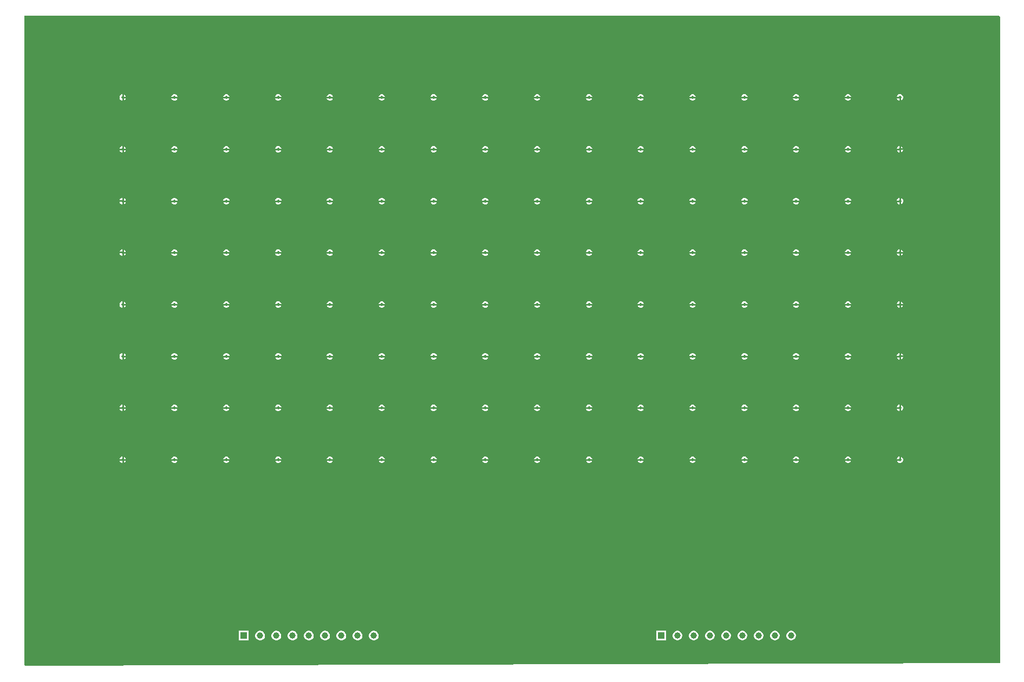
<source format=gbl>
G04*
G04 #@! TF.GenerationSoftware,Altium Limited,Altium Designer,25.3.3 (18)*
G04*
G04 Layer_Physical_Order=2*
G04 Layer_Color=16711680*
%FSLAX44Y44*%
%MOMM*%
G71*
G04*
G04 #@! TF.SameCoordinates,CB88EDEE-3B84-468B-BC6F-DFD1C9856FDA*
G04*
G04*
G04 #@! TF.FilePolarity,Positive*
G04*
G01*
G75*
%ADD12C,0.2540*%
%ADD21C,0.9850*%
%ADD22R,0.9850X0.9850*%
%ADD23C,0.5000*%
G36*
X1778000Y1268730D02*
Y256540D01*
X254528Y252735D01*
X252730Y254528D01*
Y1270000D01*
X1776730D01*
X1778000Y1268730D01*
D02*
G37*
%LPC*%
G36*
X1622402Y1147350D02*
X1620397D01*
X1618545Y1146583D01*
X1617127Y1145165D01*
X1616360Y1143313D01*
Y1141308D01*
X1617127Y1139455D01*
X1618545Y1138037D01*
X1620397Y1137270D01*
X1622402D01*
X1624255Y1138037D01*
X1625673Y1139455D01*
X1626440Y1141308D01*
Y1143313D01*
X1625673Y1145165D01*
X1624255Y1146583D01*
X1622402Y1147350D01*
D02*
G37*
G36*
X1541402D02*
X1539397D01*
X1537545Y1146583D01*
X1536127Y1145165D01*
X1535360Y1143313D01*
Y1141308D01*
X1536127Y1139455D01*
X1537545Y1138037D01*
X1539397Y1137270D01*
X1541402D01*
X1543255Y1138037D01*
X1544673Y1139455D01*
X1545440Y1141308D01*
Y1143313D01*
X1544673Y1145165D01*
X1543255Y1146583D01*
X1541402Y1147350D01*
D02*
G37*
G36*
X1460403D02*
X1458398D01*
X1456545Y1146583D01*
X1455127Y1145165D01*
X1454360Y1143313D01*
Y1141308D01*
X1455127Y1139455D01*
X1456545Y1138037D01*
X1458398Y1137270D01*
X1460403D01*
X1462255Y1138037D01*
X1463673Y1139455D01*
X1464440Y1141308D01*
Y1143313D01*
X1463673Y1145165D01*
X1462255Y1146583D01*
X1460403Y1147350D01*
D02*
G37*
G36*
X1379402D02*
X1377397D01*
X1375545Y1146583D01*
X1374127Y1145165D01*
X1373360Y1143313D01*
Y1141308D01*
X1374127Y1139455D01*
X1375545Y1138037D01*
X1377397Y1137270D01*
X1379402D01*
X1381255Y1138037D01*
X1382673Y1139455D01*
X1383440Y1141308D01*
Y1143313D01*
X1382673Y1145165D01*
X1381255Y1146583D01*
X1379402Y1147350D01*
D02*
G37*
G36*
X1298403D02*
X1296398D01*
X1294545Y1146583D01*
X1293127Y1145165D01*
X1292360Y1143313D01*
Y1141308D01*
X1293127Y1139455D01*
X1294545Y1138037D01*
X1296398Y1137270D01*
X1298403D01*
X1300255Y1138037D01*
X1301673Y1139455D01*
X1302440Y1141308D01*
Y1143313D01*
X1301673Y1145165D01*
X1300255Y1146583D01*
X1298403Y1147350D01*
D02*
G37*
G36*
X1217402D02*
X1215397D01*
X1213545Y1146583D01*
X1212127Y1145165D01*
X1211360Y1143313D01*
Y1141308D01*
X1212127Y1139455D01*
X1213545Y1138037D01*
X1215397Y1137270D01*
X1217402D01*
X1219255Y1138037D01*
X1220673Y1139455D01*
X1221440Y1141308D01*
Y1143313D01*
X1220673Y1145165D01*
X1219255Y1146583D01*
X1217402Y1147350D01*
D02*
G37*
G36*
X1136403D02*
X1134398D01*
X1132545Y1146583D01*
X1131127Y1145165D01*
X1130360Y1143313D01*
Y1141308D01*
X1131127Y1139455D01*
X1132545Y1138037D01*
X1134398Y1137270D01*
X1136403D01*
X1138255Y1138037D01*
X1139673Y1139455D01*
X1140440Y1141308D01*
Y1143313D01*
X1139673Y1145165D01*
X1138255Y1146583D01*
X1136403Y1147350D01*
D02*
G37*
G36*
X1055403D02*
X1053398D01*
X1051545Y1146583D01*
X1050127Y1145165D01*
X1049360Y1143313D01*
Y1141308D01*
X1050127Y1139455D01*
X1051545Y1138037D01*
X1053398Y1137270D01*
X1055403D01*
X1057255Y1138037D01*
X1058673Y1139455D01*
X1059440Y1141308D01*
Y1143313D01*
X1058673Y1145165D01*
X1057255Y1146583D01*
X1055403Y1147350D01*
D02*
G37*
G36*
X974402D02*
X972398D01*
X970545Y1146583D01*
X969127Y1145165D01*
X968360Y1143313D01*
Y1141308D01*
X969127Y1139455D01*
X970545Y1138037D01*
X972398Y1137270D01*
X974402D01*
X976255Y1138037D01*
X977673Y1139455D01*
X978440Y1141308D01*
Y1143313D01*
X977673Y1145165D01*
X976255Y1146583D01*
X974402Y1147350D01*
D02*
G37*
G36*
X893402D02*
X891397D01*
X889545Y1146583D01*
X888127Y1145165D01*
X887360Y1143313D01*
Y1141308D01*
X888127Y1139455D01*
X889545Y1138037D01*
X891397Y1137270D01*
X893402D01*
X895255Y1138037D01*
X896673Y1139455D01*
X897440Y1141308D01*
Y1143313D01*
X896673Y1145165D01*
X895255Y1146583D01*
X893402Y1147350D01*
D02*
G37*
G36*
X812402D02*
X810397D01*
X808545Y1146583D01*
X807127Y1145165D01*
X806360Y1143313D01*
Y1141308D01*
X807127Y1139455D01*
X808545Y1138037D01*
X810397Y1137270D01*
X812402D01*
X814255Y1138037D01*
X815673Y1139455D01*
X816440Y1141308D01*
Y1143313D01*
X815673Y1145165D01*
X814255Y1146583D01*
X812402Y1147350D01*
D02*
G37*
G36*
X731403D02*
X729398D01*
X727545Y1146583D01*
X726127Y1145165D01*
X725360Y1143313D01*
Y1141308D01*
X726127Y1139455D01*
X727545Y1138037D01*
X729398Y1137270D01*
X731403D01*
X733255Y1138037D01*
X734673Y1139455D01*
X735440Y1141308D01*
Y1143313D01*
X734673Y1145165D01*
X733255Y1146583D01*
X731403Y1147350D01*
D02*
G37*
G36*
X650403D02*
X648398D01*
X646545Y1146583D01*
X645127Y1145165D01*
X644360Y1143313D01*
Y1141308D01*
X645127Y1139455D01*
X646545Y1138037D01*
X648398Y1137270D01*
X650403D01*
X652255Y1138037D01*
X653673Y1139455D01*
X654440Y1141308D01*
Y1143313D01*
X653673Y1145165D01*
X652255Y1146583D01*
X650403Y1147350D01*
D02*
G37*
G36*
X569403D02*
X567397D01*
X565545Y1146583D01*
X564127Y1145165D01*
X563360Y1143313D01*
Y1141308D01*
X564127Y1139455D01*
X565545Y1138037D01*
X567397Y1137270D01*
X569403D01*
X571255Y1138037D01*
X572673Y1139455D01*
X573440Y1141308D01*
Y1143313D01*
X572673Y1145165D01*
X571255Y1146583D01*
X569403Y1147350D01*
D02*
G37*
G36*
X488402D02*
X486398D01*
X484545Y1146583D01*
X483127Y1145165D01*
X482360Y1143313D01*
Y1141308D01*
X483127Y1139455D01*
X484545Y1138037D01*
X486398Y1137270D01*
X488402D01*
X490255Y1138037D01*
X491673Y1139455D01*
X492440Y1141308D01*
Y1143313D01*
X491673Y1145165D01*
X490255Y1146583D01*
X488402Y1147350D01*
D02*
G37*
G36*
X407402D02*
X405397D01*
X403545Y1146583D01*
X402127Y1145165D01*
X401360Y1143313D01*
Y1141308D01*
X402127Y1139455D01*
X403545Y1138037D01*
X405397Y1137270D01*
X407402D01*
X409255Y1138037D01*
X410673Y1139455D01*
X411440Y1141308D01*
Y1143313D01*
X410673Y1145165D01*
X409255Y1146583D01*
X407402Y1147350D01*
D02*
G37*
G36*
X1622402Y1066350D02*
X1620397D01*
X1618545Y1065583D01*
X1617127Y1064165D01*
X1616360Y1062312D01*
Y1060307D01*
X1617127Y1058455D01*
X1618545Y1057037D01*
X1620397Y1056270D01*
X1622402D01*
X1624255Y1057037D01*
X1625673Y1058455D01*
X1626440Y1060307D01*
Y1062312D01*
X1625673Y1064165D01*
X1624255Y1065583D01*
X1622402Y1066350D01*
D02*
G37*
G36*
X1541402D02*
X1539397D01*
X1537545Y1065583D01*
X1536127Y1064165D01*
X1535360Y1062312D01*
Y1060307D01*
X1536127Y1058455D01*
X1537545Y1057037D01*
X1539397Y1056270D01*
X1541402D01*
X1543255Y1057037D01*
X1544673Y1058455D01*
X1545440Y1060307D01*
Y1062312D01*
X1544673Y1064165D01*
X1543255Y1065583D01*
X1541402Y1066350D01*
D02*
G37*
G36*
X1460403D02*
X1458398D01*
X1456545Y1065583D01*
X1455127Y1064165D01*
X1454360Y1062312D01*
Y1060307D01*
X1455127Y1058455D01*
X1456545Y1057037D01*
X1458398Y1056270D01*
X1460403D01*
X1462255Y1057037D01*
X1463673Y1058455D01*
X1464440Y1060307D01*
Y1062312D01*
X1463673Y1064165D01*
X1462255Y1065583D01*
X1460403Y1066350D01*
D02*
G37*
G36*
X1379402D02*
X1377397D01*
X1375545Y1065583D01*
X1374127Y1064165D01*
X1373360Y1062312D01*
Y1060307D01*
X1374127Y1058455D01*
X1375545Y1057037D01*
X1377397Y1056270D01*
X1379402D01*
X1381255Y1057037D01*
X1382673Y1058455D01*
X1383440Y1060307D01*
Y1062312D01*
X1382673Y1064165D01*
X1381255Y1065583D01*
X1379402Y1066350D01*
D02*
G37*
G36*
X1298403D02*
X1296398D01*
X1294545Y1065583D01*
X1293127Y1064165D01*
X1292360Y1062312D01*
Y1060307D01*
X1293127Y1058455D01*
X1294545Y1057037D01*
X1296398Y1056270D01*
X1298403D01*
X1300255Y1057037D01*
X1301673Y1058455D01*
X1302440Y1060307D01*
Y1062312D01*
X1301673Y1064165D01*
X1300255Y1065583D01*
X1298403Y1066350D01*
D02*
G37*
G36*
X1217402D02*
X1215397D01*
X1213545Y1065583D01*
X1212127Y1064165D01*
X1211360Y1062312D01*
Y1060307D01*
X1212127Y1058455D01*
X1213545Y1057037D01*
X1215397Y1056270D01*
X1217402D01*
X1219255Y1057037D01*
X1220673Y1058455D01*
X1221440Y1060307D01*
Y1062312D01*
X1220673Y1064165D01*
X1219255Y1065583D01*
X1217402Y1066350D01*
D02*
G37*
G36*
X1136403D02*
X1134398D01*
X1132545Y1065583D01*
X1131127Y1064165D01*
X1130360Y1062312D01*
Y1060307D01*
X1131127Y1058455D01*
X1132545Y1057037D01*
X1134398Y1056270D01*
X1136403D01*
X1138255Y1057037D01*
X1139673Y1058455D01*
X1140440Y1060307D01*
Y1062312D01*
X1139673Y1064165D01*
X1138255Y1065583D01*
X1136403Y1066350D01*
D02*
G37*
G36*
X1055403D02*
X1053398D01*
X1051545Y1065583D01*
X1050127Y1064165D01*
X1049360Y1062312D01*
Y1060307D01*
X1050127Y1058455D01*
X1051545Y1057037D01*
X1053398Y1056270D01*
X1055403D01*
X1057255Y1057037D01*
X1058673Y1058455D01*
X1059440Y1060307D01*
Y1062312D01*
X1058673Y1064165D01*
X1057255Y1065583D01*
X1055403Y1066350D01*
D02*
G37*
G36*
X974402D02*
X972398D01*
X970545Y1065583D01*
X969127Y1064165D01*
X968360Y1062312D01*
Y1060307D01*
X969127Y1058455D01*
X970545Y1057037D01*
X972398Y1056270D01*
X974402D01*
X976255Y1057037D01*
X977673Y1058455D01*
X978440Y1060307D01*
Y1062312D01*
X977673Y1064165D01*
X976255Y1065583D01*
X974402Y1066350D01*
D02*
G37*
G36*
X893402D02*
X891397D01*
X889545Y1065583D01*
X888127Y1064165D01*
X887360Y1062312D01*
Y1060307D01*
X888127Y1058455D01*
X889545Y1057037D01*
X891397Y1056270D01*
X893402D01*
X895255Y1057037D01*
X896673Y1058455D01*
X897440Y1060307D01*
Y1062312D01*
X896673Y1064165D01*
X895255Y1065583D01*
X893402Y1066350D01*
D02*
G37*
G36*
X812402D02*
X810397D01*
X808545Y1065583D01*
X807127Y1064165D01*
X806360Y1062312D01*
Y1060307D01*
X807127Y1058455D01*
X808545Y1057037D01*
X810397Y1056270D01*
X812402D01*
X814255Y1057037D01*
X815673Y1058455D01*
X816440Y1060307D01*
Y1062312D01*
X815673Y1064165D01*
X814255Y1065583D01*
X812402Y1066350D01*
D02*
G37*
G36*
X731403D02*
X729398D01*
X727545Y1065583D01*
X726127Y1064165D01*
X725360Y1062312D01*
Y1060307D01*
X726127Y1058455D01*
X727545Y1057037D01*
X729398Y1056270D01*
X731403D01*
X733255Y1057037D01*
X734673Y1058455D01*
X735440Y1060307D01*
Y1062312D01*
X734673Y1064165D01*
X733255Y1065583D01*
X731403Y1066350D01*
D02*
G37*
G36*
X650403D02*
X648398D01*
X646545Y1065583D01*
X645127Y1064165D01*
X644360Y1062312D01*
Y1060307D01*
X645127Y1058455D01*
X646545Y1057037D01*
X648398Y1056270D01*
X650403D01*
X652255Y1057037D01*
X653673Y1058455D01*
X654440Y1060307D01*
Y1062312D01*
X653673Y1064165D01*
X652255Y1065583D01*
X650403Y1066350D01*
D02*
G37*
G36*
X569403D02*
X567397D01*
X565545Y1065583D01*
X564127Y1064165D01*
X563360Y1062312D01*
Y1060307D01*
X564127Y1058455D01*
X565545Y1057037D01*
X567397Y1056270D01*
X569403D01*
X571255Y1057037D01*
X572673Y1058455D01*
X573440Y1060307D01*
Y1062312D01*
X572673Y1064165D01*
X571255Y1065583D01*
X569403Y1066350D01*
D02*
G37*
G36*
X488402D02*
X486398D01*
X484545Y1065583D01*
X483127Y1064165D01*
X482360Y1062312D01*
Y1060307D01*
X483127Y1058455D01*
X484545Y1057037D01*
X486398Y1056270D01*
X488402D01*
X490255Y1057037D01*
X491673Y1058455D01*
X492440Y1060307D01*
Y1062312D01*
X491673Y1064165D01*
X490255Y1065583D01*
X488402Y1066350D01*
D02*
G37*
G36*
X407402D02*
X405397D01*
X403545Y1065583D01*
X402127Y1064165D01*
X401360Y1062312D01*
Y1060307D01*
X402127Y1058455D01*
X403545Y1057037D01*
X405397Y1056270D01*
X407402D01*
X409255Y1057037D01*
X410673Y1058455D01*
X411440Y1060307D01*
Y1062312D01*
X410673Y1064165D01*
X409255Y1065583D01*
X407402Y1066350D01*
D02*
G37*
G36*
X1622402Y985350D02*
X1620397D01*
X1618545Y984583D01*
X1617127Y983165D01*
X1616360Y981312D01*
Y979307D01*
X1617127Y977455D01*
X1618545Y976037D01*
X1620397Y975270D01*
X1622402D01*
X1624255Y976037D01*
X1625673Y977455D01*
X1626440Y979307D01*
Y981312D01*
X1625673Y983165D01*
X1624255Y984583D01*
X1622402Y985350D01*
D02*
G37*
G36*
X1541402D02*
X1539397D01*
X1537545Y984583D01*
X1536127Y983165D01*
X1535360Y981312D01*
Y979307D01*
X1536127Y977455D01*
X1537545Y976037D01*
X1539397Y975270D01*
X1541402D01*
X1543255Y976037D01*
X1544673Y977455D01*
X1545440Y979307D01*
Y981312D01*
X1544673Y983165D01*
X1543255Y984583D01*
X1541402Y985350D01*
D02*
G37*
G36*
X1460403D02*
X1458398D01*
X1456545Y984583D01*
X1455127Y983165D01*
X1454360Y981312D01*
Y979307D01*
X1455127Y977455D01*
X1456545Y976037D01*
X1458398Y975270D01*
X1460403D01*
X1462255Y976037D01*
X1463673Y977455D01*
X1464440Y979307D01*
Y981312D01*
X1463673Y983165D01*
X1462255Y984583D01*
X1460403Y985350D01*
D02*
G37*
G36*
X1379402D02*
X1377397D01*
X1375545Y984583D01*
X1374127Y983165D01*
X1373360Y981312D01*
Y979307D01*
X1374127Y977455D01*
X1375545Y976037D01*
X1377397Y975270D01*
X1379402D01*
X1381255Y976037D01*
X1382673Y977455D01*
X1383440Y979307D01*
Y981312D01*
X1382673Y983165D01*
X1381255Y984583D01*
X1379402Y985350D01*
D02*
G37*
G36*
X1298403D02*
X1296398D01*
X1294545Y984583D01*
X1293127Y983165D01*
X1292360Y981312D01*
Y979307D01*
X1293127Y977455D01*
X1294545Y976037D01*
X1296398Y975270D01*
X1298403D01*
X1300255Y976037D01*
X1301673Y977455D01*
X1302440Y979307D01*
Y981312D01*
X1301673Y983165D01*
X1300255Y984583D01*
X1298403Y985350D01*
D02*
G37*
G36*
X1217402D02*
X1215397D01*
X1213545Y984583D01*
X1212127Y983165D01*
X1211360Y981312D01*
Y979307D01*
X1212127Y977455D01*
X1213545Y976037D01*
X1215397Y975270D01*
X1217402D01*
X1219255Y976037D01*
X1220673Y977455D01*
X1221440Y979307D01*
Y981312D01*
X1220673Y983165D01*
X1219255Y984583D01*
X1217402Y985350D01*
D02*
G37*
G36*
X1136403D02*
X1134398D01*
X1132545Y984583D01*
X1131127Y983165D01*
X1130360Y981312D01*
Y979307D01*
X1131127Y977455D01*
X1132545Y976037D01*
X1134398Y975270D01*
X1136403D01*
X1138255Y976037D01*
X1139673Y977455D01*
X1140440Y979307D01*
Y981312D01*
X1139673Y983165D01*
X1138255Y984583D01*
X1136403Y985350D01*
D02*
G37*
G36*
X1055403D02*
X1053398D01*
X1051545Y984583D01*
X1050127Y983165D01*
X1049360Y981312D01*
Y979307D01*
X1050127Y977455D01*
X1051545Y976037D01*
X1053398Y975270D01*
X1055403D01*
X1057255Y976037D01*
X1058673Y977455D01*
X1059440Y979307D01*
Y981312D01*
X1058673Y983165D01*
X1057255Y984583D01*
X1055403Y985350D01*
D02*
G37*
G36*
X974402D02*
X972398D01*
X970545Y984583D01*
X969127Y983165D01*
X968360Y981312D01*
Y979307D01*
X969127Y977455D01*
X970545Y976037D01*
X972398Y975270D01*
X974402D01*
X976255Y976037D01*
X977673Y977455D01*
X978440Y979307D01*
Y981312D01*
X977673Y983165D01*
X976255Y984583D01*
X974402Y985350D01*
D02*
G37*
G36*
X893402D02*
X891397D01*
X889545Y984583D01*
X888127Y983165D01*
X887360Y981312D01*
Y979307D01*
X888127Y977455D01*
X889545Y976037D01*
X891397Y975270D01*
X893402D01*
X895255Y976037D01*
X896673Y977455D01*
X897440Y979307D01*
Y981312D01*
X896673Y983165D01*
X895255Y984583D01*
X893402Y985350D01*
D02*
G37*
G36*
X812402D02*
X810397D01*
X808545Y984583D01*
X807127Y983165D01*
X806360Y981312D01*
Y979307D01*
X807127Y977455D01*
X808545Y976037D01*
X810397Y975270D01*
X812402D01*
X814255Y976037D01*
X815673Y977455D01*
X816440Y979307D01*
Y981312D01*
X815673Y983165D01*
X814255Y984583D01*
X812402Y985350D01*
D02*
G37*
G36*
X731403D02*
X729398D01*
X727545Y984583D01*
X726127Y983165D01*
X725360Y981312D01*
Y979307D01*
X726127Y977455D01*
X727545Y976037D01*
X729398Y975270D01*
X731403D01*
X733255Y976037D01*
X734673Y977455D01*
X735440Y979307D01*
Y981312D01*
X734673Y983165D01*
X733255Y984583D01*
X731403Y985350D01*
D02*
G37*
G36*
X650403D02*
X648398D01*
X646545Y984583D01*
X645127Y983165D01*
X644360Y981312D01*
Y979307D01*
X645127Y977455D01*
X646545Y976037D01*
X648398Y975270D01*
X650403D01*
X652255Y976037D01*
X653673Y977455D01*
X654440Y979307D01*
Y981312D01*
X653673Y983165D01*
X652255Y984583D01*
X650403Y985350D01*
D02*
G37*
G36*
X569403D02*
X567397D01*
X565545Y984583D01*
X564127Y983165D01*
X563360Y981312D01*
Y979307D01*
X564127Y977455D01*
X565545Y976037D01*
X567397Y975270D01*
X569403D01*
X571255Y976037D01*
X572673Y977455D01*
X573440Y979307D01*
Y981312D01*
X572673Y983165D01*
X571255Y984583D01*
X569403Y985350D01*
D02*
G37*
G36*
X488402D02*
X486398D01*
X484545Y984583D01*
X483127Y983165D01*
X482360Y981312D01*
Y979307D01*
X483127Y977455D01*
X484545Y976037D01*
X486398Y975270D01*
X488402D01*
X490255Y976037D01*
X491673Y977455D01*
X492440Y979307D01*
Y981312D01*
X491673Y983165D01*
X490255Y984583D01*
X488402Y985350D01*
D02*
G37*
G36*
X407402D02*
X405397D01*
X403545Y984583D01*
X402127Y983165D01*
X401360Y981312D01*
Y979307D01*
X402127Y977455D01*
X403545Y976037D01*
X405397Y975270D01*
X407402D01*
X409255Y976037D01*
X410673Y977455D01*
X411440Y979307D01*
Y981312D01*
X410673Y983165D01*
X409255Y984583D01*
X407402Y985350D01*
D02*
G37*
G36*
X1622402Y904350D02*
X1620397D01*
X1618545Y903583D01*
X1617127Y902165D01*
X1616360Y900312D01*
Y898307D01*
X1617127Y896455D01*
X1618545Y895037D01*
X1620397Y894270D01*
X1622402D01*
X1624255Y895037D01*
X1625673Y896455D01*
X1626440Y898307D01*
Y900312D01*
X1625673Y902165D01*
X1624255Y903583D01*
X1622402Y904350D01*
D02*
G37*
G36*
X1541402D02*
X1539397D01*
X1537545Y903583D01*
X1536127Y902165D01*
X1535360Y900312D01*
Y898307D01*
X1536127Y896455D01*
X1537545Y895037D01*
X1539397Y894270D01*
X1541402D01*
X1543255Y895037D01*
X1544673Y896455D01*
X1545440Y898307D01*
Y900312D01*
X1544673Y902165D01*
X1543255Y903583D01*
X1541402Y904350D01*
D02*
G37*
G36*
X1460403D02*
X1458398D01*
X1456545Y903583D01*
X1455127Y902165D01*
X1454360Y900312D01*
Y898307D01*
X1455127Y896455D01*
X1456545Y895037D01*
X1458398Y894270D01*
X1460403D01*
X1462255Y895037D01*
X1463673Y896455D01*
X1464440Y898307D01*
Y900312D01*
X1463673Y902165D01*
X1462255Y903583D01*
X1460403Y904350D01*
D02*
G37*
G36*
X1379402D02*
X1377397D01*
X1375545Y903583D01*
X1374127Y902165D01*
X1373360Y900312D01*
Y898307D01*
X1374127Y896455D01*
X1375545Y895037D01*
X1377397Y894270D01*
X1379402D01*
X1381255Y895037D01*
X1382673Y896455D01*
X1383440Y898307D01*
Y900312D01*
X1382673Y902165D01*
X1381255Y903583D01*
X1379402Y904350D01*
D02*
G37*
G36*
X1298403D02*
X1296398D01*
X1294545Y903583D01*
X1293127Y902165D01*
X1292360Y900312D01*
Y898307D01*
X1293127Y896455D01*
X1294545Y895037D01*
X1296398Y894270D01*
X1298403D01*
X1300255Y895037D01*
X1301673Y896455D01*
X1302440Y898307D01*
Y900312D01*
X1301673Y902165D01*
X1300255Y903583D01*
X1298403Y904350D01*
D02*
G37*
G36*
X1217402D02*
X1215397D01*
X1213545Y903583D01*
X1212127Y902165D01*
X1211360Y900312D01*
Y898307D01*
X1212127Y896455D01*
X1213545Y895037D01*
X1215397Y894270D01*
X1217402D01*
X1219255Y895037D01*
X1220673Y896455D01*
X1221440Y898307D01*
Y900312D01*
X1220673Y902165D01*
X1219255Y903583D01*
X1217402Y904350D01*
D02*
G37*
G36*
X1136403D02*
X1134398D01*
X1132545Y903583D01*
X1131127Y902165D01*
X1130360Y900312D01*
Y898307D01*
X1131127Y896455D01*
X1132545Y895037D01*
X1134398Y894270D01*
X1136403D01*
X1138255Y895037D01*
X1139673Y896455D01*
X1140440Y898307D01*
Y900312D01*
X1139673Y902165D01*
X1138255Y903583D01*
X1136403Y904350D01*
D02*
G37*
G36*
X1055403D02*
X1053398D01*
X1051545Y903583D01*
X1050127Y902165D01*
X1049360Y900312D01*
Y898307D01*
X1050127Y896455D01*
X1051545Y895037D01*
X1053398Y894270D01*
X1055403D01*
X1057255Y895037D01*
X1058673Y896455D01*
X1059440Y898307D01*
Y900312D01*
X1058673Y902165D01*
X1057255Y903583D01*
X1055403Y904350D01*
D02*
G37*
G36*
X974402D02*
X972398D01*
X970545Y903583D01*
X969127Y902165D01*
X968360Y900312D01*
Y898307D01*
X969127Y896455D01*
X970545Y895037D01*
X972398Y894270D01*
X974402D01*
X976255Y895037D01*
X977673Y896455D01*
X978440Y898307D01*
Y900312D01*
X977673Y902165D01*
X976255Y903583D01*
X974402Y904350D01*
D02*
G37*
G36*
X893402D02*
X891397D01*
X889545Y903583D01*
X888127Y902165D01*
X887360Y900312D01*
Y898307D01*
X888127Y896455D01*
X889545Y895037D01*
X891397Y894270D01*
X893402D01*
X895255Y895037D01*
X896673Y896455D01*
X897440Y898307D01*
Y900312D01*
X896673Y902165D01*
X895255Y903583D01*
X893402Y904350D01*
D02*
G37*
G36*
X812402D02*
X810397D01*
X808545Y903583D01*
X807127Y902165D01*
X806360Y900312D01*
Y898307D01*
X807127Y896455D01*
X808545Y895037D01*
X810397Y894270D01*
X812402D01*
X814255Y895037D01*
X815673Y896455D01*
X816440Y898307D01*
Y900312D01*
X815673Y902165D01*
X814255Y903583D01*
X812402Y904350D01*
D02*
G37*
G36*
X731403D02*
X729398D01*
X727545Y903583D01*
X726127Y902165D01*
X725360Y900312D01*
Y898307D01*
X726127Y896455D01*
X727545Y895037D01*
X729398Y894270D01*
X731403D01*
X733255Y895037D01*
X734673Y896455D01*
X735440Y898307D01*
Y900312D01*
X734673Y902165D01*
X733255Y903583D01*
X731403Y904350D01*
D02*
G37*
G36*
X650403D02*
X648398D01*
X646545Y903583D01*
X645127Y902165D01*
X644360Y900312D01*
Y898307D01*
X645127Y896455D01*
X646545Y895037D01*
X648398Y894270D01*
X650403D01*
X652255Y895037D01*
X653673Y896455D01*
X654440Y898307D01*
Y900312D01*
X653673Y902165D01*
X652255Y903583D01*
X650403Y904350D01*
D02*
G37*
G36*
X569403D02*
X567397D01*
X565545Y903583D01*
X564127Y902165D01*
X563360Y900312D01*
Y898307D01*
X564127Y896455D01*
X565545Y895037D01*
X567397Y894270D01*
X569403D01*
X571255Y895037D01*
X572673Y896455D01*
X573440Y898307D01*
Y900312D01*
X572673Y902165D01*
X571255Y903583D01*
X569403Y904350D01*
D02*
G37*
G36*
X488402D02*
X486398D01*
X484545Y903583D01*
X483127Y902165D01*
X482360Y900312D01*
Y898307D01*
X483127Y896455D01*
X484545Y895037D01*
X486398Y894270D01*
X488402D01*
X490255Y895037D01*
X491673Y896455D01*
X492440Y898307D01*
Y900312D01*
X491673Y902165D01*
X490255Y903583D01*
X488402Y904350D01*
D02*
G37*
G36*
X407402D02*
X405397D01*
X403545Y903583D01*
X402127Y902165D01*
X401360Y900312D01*
Y898307D01*
X402127Y896455D01*
X403545Y895037D01*
X405397Y894270D01*
X407402D01*
X409255Y895037D01*
X410673Y896455D01*
X411440Y898307D01*
Y900312D01*
X410673Y902165D01*
X409255Y903583D01*
X407402Y904350D01*
D02*
G37*
G36*
X1622402Y823350D02*
X1620397D01*
X1618545Y822583D01*
X1617127Y821165D01*
X1616360Y819313D01*
Y817308D01*
X1617127Y815455D01*
X1618545Y814037D01*
X1620397Y813270D01*
X1622402D01*
X1624255Y814037D01*
X1625673Y815455D01*
X1626440Y817308D01*
Y819313D01*
X1625673Y821165D01*
X1624255Y822583D01*
X1622402Y823350D01*
D02*
G37*
G36*
X1541402D02*
X1539397D01*
X1537545Y822583D01*
X1536127Y821165D01*
X1535360Y819313D01*
Y817308D01*
X1536127Y815455D01*
X1537545Y814037D01*
X1539397Y813270D01*
X1541402D01*
X1543255Y814037D01*
X1544673Y815455D01*
X1545440Y817308D01*
Y819313D01*
X1544673Y821165D01*
X1543255Y822583D01*
X1541402Y823350D01*
D02*
G37*
G36*
X1460403D02*
X1458398D01*
X1456545Y822583D01*
X1455127Y821165D01*
X1454360Y819313D01*
Y817308D01*
X1455127Y815455D01*
X1456545Y814037D01*
X1458398Y813270D01*
X1460403D01*
X1462255Y814037D01*
X1463673Y815455D01*
X1464440Y817308D01*
Y819313D01*
X1463673Y821165D01*
X1462255Y822583D01*
X1460403Y823350D01*
D02*
G37*
G36*
X1379402D02*
X1377397D01*
X1375545Y822583D01*
X1374127Y821165D01*
X1373360Y819313D01*
Y817308D01*
X1374127Y815455D01*
X1375545Y814037D01*
X1377397Y813270D01*
X1379402D01*
X1381255Y814037D01*
X1382673Y815455D01*
X1383440Y817308D01*
Y819313D01*
X1382673Y821165D01*
X1381255Y822583D01*
X1379402Y823350D01*
D02*
G37*
G36*
X1298403D02*
X1296398D01*
X1294545Y822583D01*
X1293127Y821165D01*
X1292360Y819313D01*
Y817308D01*
X1293127Y815455D01*
X1294545Y814037D01*
X1296398Y813270D01*
X1298403D01*
X1300255Y814037D01*
X1301673Y815455D01*
X1302440Y817308D01*
Y819313D01*
X1301673Y821165D01*
X1300255Y822583D01*
X1298403Y823350D01*
D02*
G37*
G36*
X1217402D02*
X1215397D01*
X1213545Y822583D01*
X1212127Y821165D01*
X1211360Y819313D01*
Y817308D01*
X1212127Y815455D01*
X1213545Y814037D01*
X1215397Y813270D01*
X1217402D01*
X1219255Y814037D01*
X1220673Y815455D01*
X1221440Y817308D01*
Y819313D01*
X1220673Y821165D01*
X1219255Y822583D01*
X1217402Y823350D01*
D02*
G37*
G36*
X1136403D02*
X1134398D01*
X1132545Y822583D01*
X1131127Y821165D01*
X1130360Y819313D01*
Y817308D01*
X1131127Y815455D01*
X1132545Y814037D01*
X1134398Y813270D01*
X1136403D01*
X1138255Y814037D01*
X1139673Y815455D01*
X1140440Y817308D01*
Y819313D01*
X1139673Y821165D01*
X1138255Y822583D01*
X1136403Y823350D01*
D02*
G37*
G36*
X1055403D02*
X1053398D01*
X1051545Y822583D01*
X1050127Y821165D01*
X1049360Y819313D01*
Y817308D01*
X1050127Y815455D01*
X1051545Y814037D01*
X1053398Y813270D01*
X1055403D01*
X1057255Y814037D01*
X1058673Y815455D01*
X1059440Y817308D01*
Y819313D01*
X1058673Y821165D01*
X1057255Y822583D01*
X1055403Y823350D01*
D02*
G37*
G36*
X974402D02*
X972398D01*
X970545Y822583D01*
X969127Y821165D01*
X968360Y819313D01*
Y817308D01*
X969127Y815455D01*
X970545Y814037D01*
X972398Y813270D01*
X974402D01*
X976255Y814037D01*
X977673Y815455D01*
X978440Y817308D01*
Y819313D01*
X977673Y821165D01*
X976255Y822583D01*
X974402Y823350D01*
D02*
G37*
G36*
X893402D02*
X891397D01*
X889545Y822583D01*
X888127Y821165D01*
X887360Y819313D01*
Y817308D01*
X888127Y815455D01*
X889545Y814037D01*
X891397Y813270D01*
X893402D01*
X895255Y814037D01*
X896673Y815455D01*
X897440Y817308D01*
Y819313D01*
X896673Y821165D01*
X895255Y822583D01*
X893402Y823350D01*
D02*
G37*
G36*
X812402D02*
X810397D01*
X808545Y822583D01*
X807127Y821165D01*
X806360Y819313D01*
Y817308D01*
X807127Y815455D01*
X808545Y814037D01*
X810397Y813270D01*
X812402D01*
X814255Y814037D01*
X815673Y815455D01*
X816440Y817308D01*
Y819313D01*
X815673Y821165D01*
X814255Y822583D01*
X812402Y823350D01*
D02*
G37*
G36*
X731403D02*
X729398D01*
X727545Y822583D01*
X726127Y821165D01*
X725360Y819313D01*
Y817308D01*
X726127Y815455D01*
X727545Y814037D01*
X729398Y813270D01*
X731403D01*
X733255Y814037D01*
X734673Y815455D01*
X735440Y817308D01*
Y819313D01*
X734673Y821165D01*
X733255Y822583D01*
X731403Y823350D01*
D02*
G37*
G36*
X650403D02*
X648398D01*
X646545Y822583D01*
X645127Y821165D01*
X644360Y819313D01*
Y817308D01*
X645127Y815455D01*
X646545Y814037D01*
X648398Y813270D01*
X650403D01*
X652255Y814037D01*
X653673Y815455D01*
X654440Y817308D01*
Y819313D01*
X653673Y821165D01*
X652255Y822583D01*
X650403Y823350D01*
D02*
G37*
G36*
X569403D02*
X567397D01*
X565545Y822583D01*
X564127Y821165D01*
X563360Y819313D01*
Y817308D01*
X564127Y815455D01*
X565545Y814037D01*
X567397Y813270D01*
X569403D01*
X571255Y814037D01*
X572673Y815455D01*
X573440Y817308D01*
Y819313D01*
X572673Y821165D01*
X571255Y822583D01*
X569403Y823350D01*
D02*
G37*
G36*
X488402D02*
X486398D01*
X484545Y822583D01*
X483127Y821165D01*
X482360Y819313D01*
Y817308D01*
X483127Y815455D01*
X484545Y814037D01*
X486398Y813270D01*
X488402D01*
X490255Y814037D01*
X491673Y815455D01*
X492440Y817308D01*
Y819313D01*
X491673Y821165D01*
X490255Y822583D01*
X488402Y823350D01*
D02*
G37*
G36*
X407402D02*
X405397D01*
X403545Y822583D01*
X402127Y821165D01*
X401360Y819313D01*
Y817308D01*
X402127Y815455D01*
X403545Y814037D01*
X405397Y813270D01*
X407402D01*
X409255Y814037D01*
X410673Y815455D01*
X411440Y817308D01*
Y819313D01*
X410673Y821165D01*
X409255Y822583D01*
X407402Y823350D01*
D02*
G37*
G36*
X1622402Y742350D02*
X1620397D01*
X1618545Y741583D01*
X1617127Y740165D01*
X1616360Y738313D01*
Y736308D01*
X1617127Y734455D01*
X1618545Y733037D01*
X1620397Y732270D01*
X1622402D01*
X1624255Y733037D01*
X1625673Y734455D01*
X1626440Y736308D01*
Y738313D01*
X1625673Y740165D01*
X1624255Y741583D01*
X1622402Y742350D01*
D02*
G37*
G36*
X1541402D02*
X1539397D01*
X1537545Y741583D01*
X1536127Y740165D01*
X1535360Y738313D01*
Y736308D01*
X1536127Y734455D01*
X1537545Y733037D01*
X1539397Y732270D01*
X1541402D01*
X1543255Y733037D01*
X1544673Y734455D01*
X1545440Y736308D01*
Y738313D01*
X1544673Y740165D01*
X1543255Y741583D01*
X1541402Y742350D01*
D02*
G37*
G36*
X1460403D02*
X1458398D01*
X1456545Y741583D01*
X1455127Y740165D01*
X1454360Y738313D01*
Y736308D01*
X1455127Y734455D01*
X1456545Y733037D01*
X1458398Y732270D01*
X1460403D01*
X1462255Y733037D01*
X1463673Y734455D01*
X1464440Y736308D01*
Y738313D01*
X1463673Y740165D01*
X1462255Y741583D01*
X1460403Y742350D01*
D02*
G37*
G36*
X1379402D02*
X1377397D01*
X1375545Y741583D01*
X1374127Y740165D01*
X1373360Y738313D01*
Y736308D01*
X1374127Y734455D01*
X1375545Y733037D01*
X1377397Y732270D01*
X1379402D01*
X1381255Y733037D01*
X1382673Y734455D01*
X1383440Y736308D01*
Y738313D01*
X1382673Y740165D01*
X1381255Y741583D01*
X1379402Y742350D01*
D02*
G37*
G36*
X1298403D02*
X1296398D01*
X1294545Y741583D01*
X1293127Y740165D01*
X1292360Y738313D01*
Y736308D01*
X1293127Y734455D01*
X1294545Y733037D01*
X1296398Y732270D01*
X1298403D01*
X1300255Y733037D01*
X1301673Y734455D01*
X1302440Y736308D01*
Y738313D01*
X1301673Y740165D01*
X1300255Y741583D01*
X1298403Y742350D01*
D02*
G37*
G36*
X1217402D02*
X1215397D01*
X1213545Y741583D01*
X1212127Y740165D01*
X1211360Y738313D01*
Y736308D01*
X1212127Y734455D01*
X1213545Y733037D01*
X1215397Y732270D01*
X1217402D01*
X1219255Y733037D01*
X1220673Y734455D01*
X1221440Y736308D01*
Y738313D01*
X1220673Y740165D01*
X1219255Y741583D01*
X1217402Y742350D01*
D02*
G37*
G36*
X1136403D02*
X1134398D01*
X1132545Y741583D01*
X1131127Y740165D01*
X1130360Y738313D01*
Y736308D01*
X1131127Y734455D01*
X1132545Y733037D01*
X1134398Y732270D01*
X1136403D01*
X1138255Y733037D01*
X1139673Y734455D01*
X1140440Y736308D01*
Y738313D01*
X1139673Y740165D01*
X1138255Y741583D01*
X1136403Y742350D01*
D02*
G37*
G36*
X1055403D02*
X1053398D01*
X1051545Y741583D01*
X1050127Y740165D01*
X1049360Y738313D01*
Y736308D01*
X1050127Y734455D01*
X1051545Y733037D01*
X1053398Y732270D01*
X1055403D01*
X1057255Y733037D01*
X1058673Y734455D01*
X1059440Y736308D01*
Y738313D01*
X1058673Y740165D01*
X1057255Y741583D01*
X1055403Y742350D01*
D02*
G37*
G36*
X974402D02*
X972398D01*
X970545Y741583D01*
X969127Y740165D01*
X968360Y738313D01*
Y736308D01*
X969127Y734455D01*
X970545Y733037D01*
X972398Y732270D01*
X974402D01*
X976255Y733037D01*
X977673Y734455D01*
X978440Y736308D01*
Y738313D01*
X977673Y740165D01*
X976255Y741583D01*
X974402Y742350D01*
D02*
G37*
G36*
X893402D02*
X891397D01*
X889545Y741583D01*
X888127Y740165D01*
X887360Y738313D01*
Y736308D01*
X888127Y734455D01*
X889545Y733037D01*
X891397Y732270D01*
X893402D01*
X895255Y733037D01*
X896673Y734455D01*
X897440Y736308D01*
Y738313D01*
X896673Y740165D01*
X895255Y741583D01*
X893402Y742350D01*
D02*
G37*
G36*
X812402D02*
X810397D01*
X808545Y741583D01*
X807127Y740165D01*
X806360Y738313D01*
Y736308D01*
X807127Y734455D01*
X808545Y733037D01*
X810397Y732270D01*
X812402D01*
X814255Y733037D01*
X815673Y734455D01*
X816440Y736308D01*
Y738313D01*
X815673Y740165D01*
X814255Y741583D01*
X812402Y742350D01*
D02*
G37*
G36*
X731403D02*
X729398D01*
X727545Y741583D01*
X726127Y740165D01*
X725360Y738313D01*
Y736308D01*
X726127Y734455D01*
X727545Y733037D01*
X729398Y732270D01*
X731403D01*
X733255Y733037D01*
X734673Y734455D01*
X735440Y736308D01*
Y738313D01*
X734673Y740165D01*
X733255Y741583D01*
X731403Y742350D01*
D02*
G37*
G36*
X650403D02*
X648398D01*
X646545Y741583D01*
X645127Y740165D01*
X644360Y738313D01*
Y736308D01*
X645127Y734455D01*
X646545Y733037D01*
X648398Y732270D01*
X650403D01*
X652255Y733037D01*
X653673Y734455D01*
X654440Y736308D01*
Y738313D01*
X653673Y740165D01*
X652255Y741583D01*
X650403Y742350D01*
D02*
G37*
G36*
X569403D02*
X567397D01*
X565545Y741583D01*
X564127Y740165D01*
X563360Y738313D01*
Y736308D01*
X564127Y734455D01*
X565545Y733037D01*
X567397Y732270D01*
X569403D01*
X571255Y733037D01*
X572673Y734455D01*
X573440Y736308D01*
Y738313D01*
X572673Y740165D01*
X571255Y741583D01*
X569403Y742350D01*
D02*
G37*
G36*
X488402D02*
X486398D01*
X484545Y741583D01*
X483127Y740165D01*
X482360Y738313D01*
Y736308D01*
X483127Y734455D01*
X484545Y733037D01*
X486398Y732270D01*
X488402D01*
X490255Y733037D01*
X491673Y734455D01*
X492440Y736308D01*
Y738313D01*
X491673Y740165D01*
X490255Y741583D01*
X488402Y742350D01*
D02*
G37*
G36*
X407402D02*
X405397D01*
X403545Y741583D01*
X402127Y740165D01*
X401360Y738313D01*
Y736308D01*
X402127Y734455D01*
X403545Y733037D01*
X405397Y732270D01*
X407402D01*
X409255Y733037D01*
X410673Y734455D01*
X411440Y736308D01*
Y738313D01*
X410673Y740165D01*
X409255Y741583D01*
X407402Y742350D01*
D02*
G37*
G36*
X1622402Y661350D02*
X1620397D01*
X1618545Y660583D01*
X1617127Y659165D01*
X1616360Y657312D01*
Y655307D01*
X1617127Y653455D01*
X1618545Y652037D01*
X1620397Y651270D01*
X1622402D01*
X1624255Y652037D01*
X1625673Y653455D01*
X1626440Y655307D01*
Y657312D01*
X1625673Y659165D01*
X1624255Y660583D01*
X1622402Y661350D01*
D02*
G37*
G36*
X1541402D02*
X1539397D01*
X1537545Y660583D01*
X1536127Y659165D01*
X1535360Y657312D01*
Y655307D01*
X1536127Y653455D01*
X1537545Y652037D01*
X1539397Y651270D01*
X1541402D01*
X1543255Y652037D01*
X1544673Y653455D01*
X1545440Y655307D01*
Y657312D01*
X1544673Y659165D01*
X1543255Y660583D01*
X1541402Y661350D01*
D02*
G37*
G36*
X1460403D02*
X1458398D01*
X1456545Y660583D01*
X1455127Y659165D01*
X1454360Y657312D01*
Y655307D01*
X1455127Y653455D01*
X1456545Y652037D01*
X1458398Y651270D01*
X1460403D01*
X1462255Y652037D01*
X1463673Y653455D01*
X1464440Y655307D01*
Y657312D01*
X1463673Y659165D01*
X1462255Y660583D01*
X1460403Y661350D01*
D02*
G37*
G36*
X1379402D02*
X1377397D01*
X1375545Y660583D01*
X1374127Y659165D01*
X1373360Y657312D01*
Y655307D01*
X1374127Y653455D01*
X1375545Y652037D01*
X1377397Y651270D01*
X1379402D01*
X1381255Y652037D01*
X1382673Y653455D01*
X1383440Y655307D01*
Y657312D01*
X1382673Y659165D01*
X1381255Y660583D01*
X1379402Y661350D01*
D02*
G37*
G36*
X1298403D02*
X1296398D01*
X1294545Y660583D01*
X1293127Y659165D01*
X1292360Y657312D01*
Y655307D01*
X1293127Y653455D01*
X1294545Y652037D01*
X1296398Y651270D01*
X1298403D01*
X1300255Y652037D01*
X1301673Y653455D01*
X1302440Y655307D01*
Y657312D01*
X1301673Y659165D01*
X1300255Y660583D01*
X1298403Y661350D01*
D02*
G37*
G36*
X1217402D02*
X1215397D01*
X1213545Y660583D01*
X1212127Y659165D01*
X1211360Y657312D01*
Y655307D01*
X1212127Y653455D01*
X1213545Y652037D01*
X1215397Y651270D01*
X1217402D01*
X1219255Y652037D01*
X1220673Y653455D01*
X1221440Y655307D01*
Y657312D01*
X1220673Y659165D01*
X1219255Y660583D01*
X1217402Y661350D01*
D02*
G37*
G36*
X1136403D02*
X1134398D01*
X1132545Y660583D01*
X1131127Y659165D01*
X1130360Y657312D01*
Y655307D01*
X1131127Y653455D01*
X1132545Y652037D01*
X1134398Y651270D01*
X1136403D01*
X1138255Y652037D01*
X1139673Y653455D01*
X1140440Y655307D01*
Y657312D01*
X1139673Y659165D01*
X1138255Y660583D01*
X1136403Y661350D01*
D02*
G37*
G36*
X1055403D02*
X1053398D01*
X1051545Y660583D01*
X1050127Y659165D01*
X1049360Y657312D01*
Y655307D01*
X1050127Y653455D01*
X1051545Y652037D01*
X1053398Y651270D01*
X1055403D01*
X1057255Y652037D01*
X1058673Y653455D01*
X1059440Y655307D01*
Y657312D01*
X1058673Y659165D01*
X1057255Y660583D01*
X1055403Y661350D01*
D02*
G37*
G36*
X974402D02*
X972398D01*
X970545Y660583D01*
X969127Y659165D01*
X968360Y657312D01*
Y655307D01*
X969127Y653455D01*
X970545Y652037D01*
X972398Y651270D01*
X974402D01*
X976255Y652037D01*
X977673Y653455D01*
X978440Y655307D01*
Y657312D01*
X977673Y659165D01*
X976255Y660583D01*
X974402Y661350D01*
D02*
G37*
G36*
X893402D02*
X891397D01*
X889545Y660583D01*
X888127Y659165D01*
X887360Y657312D01*
Y655307D01*
X888127Y653455D01*
X889545Y652037D01*
X891397Y651270D01*
X893402D01*
X895255Y652037D01*
X896673Y653455D01*
X897440Y655307D01*
Y657312D01*
X896673Y659165D01*
X895255Y660583D01*
X893402Y661350D01*
D02*
G37*
G36*
X812402D02*
X810397D01*
X808545Y660583D01*
X807127Y659165D01*
X806360Y657312D01*
Y655307D01*
X807127Y653455D01*
X808545Y652037D01*
X810397Y651270D01*
X812402D01*
X814255Y652037D01*
X815673Y653455D01*
X816440Y655307D01*
Y657312D01*
X815673Y659165D01*
X814255Y660583D01*
X812402Y661350D01*
D02*
G37*
G36*
X731403D02*
X729398D01*
X727545Y660583D01*
X726127Y659165D01*
X725360Y657312D01*
Y655307D01*
X726127Y653455D01*
X727545Y652037D01*
X729398Y651270D01*
X731403D01*
X733255Y652037D01*
X734673Y653455D01*
X735440Y655307D01*
Y657312D01*
X734673Y659165D01*
X733255Y660583D01*
X731403Y661350D01*
D02*
G37*
G36*
X650403D02*
X648398D01*
X646545Y660583D01*
X645127Y659165D01*
X644360Y657312D01*
Y655307D01*
X645127Y653455D01*
X646545Y652037D01*
X648398Y651270D01*
X650403D01*
X652255Y652037D01*
X653673Y653455D01*
X654440Y655307D01*
Y657312D01*
X653673Y659165D01*
X652255Y660583D01*
X650403Y661350D01*
D02*
G37*
G36*
X569403D02*
X567397D01*
X565545Y660583D01*
X564127Y659165D01*
X563360Y657312D01*
Y655307D01*
X564127Y653455D01*
X565545Y652037D01*
X567397Y651270D01*
X569403D01*
X571255Y652037D01*
X572673Y653455D01*
X573440Y655307D01*
Y657312D01*
X572673Y659165D01*
X571255Y660583D01*
X569403Y661350D01*
D02*
G37*
G36*
X488402D02*
X486398D01*
X484545Y660583D01*
X483127Y659165D01*
X482360Y657312D01*
Y655307D01*
X483127Y653455D01*
X484545Y652037D01*
X486398Y651270D01*
X488402D01*
X490255Y652037D01*
X491673Y653455D01*
X492440Y655307D01*
Y657312D01*
X491673Y659165D01*
X490255Y660583D01*
X488402Y661350D01*
D02*
G37*
G36*
X407402D02*
X405397D01*
X403545Y660583D01*
X402127Y659165D01*
X401360Y657312D01*
Y655307D01*
X402127Y653455D01*
X403545Y652037D01*
X405397Y651270D01*
X407402D01*
X409255Y652037D01*
X410673Y653455D01*
X411440Y655307D01*
Y657312D01*
X410673Y659165D01*
X409255Y660583D01*
X407402Y661350D01*
D02*
G37*
G36*
X1622402Y580350D02*
X1620397D01*
X1618545Y579583D01*
X1617127Y578165D01*
X1616360Y576312D01*
Y574308D01*
X1617127Y572455D01*
X1618545Y571037D01*
X1620397Y570270D01*
X1622402D01*
X1624255Y571037D01*
X1625673Y572455D01*
X1626440Y574308D01*
Y576312D01*
X1625673Y578165D01*
X1624255Y579583D01*
X1622402Y580350D01*
D02*
G37*
G36*
X1541402D02*
X1539397D01*
X1537545Y579583D01*
X1536127Y578165D01*
X1535360Y576312D01*
Y574308D01*
X1536127Y572455D01*
X1537545Y571037D01*
X1539397Y570270D01*
X1541402D01*
X1543255Y571037D01*
X1544673Y572455D01*
X1545440Y574308D01*
Y576312D01*
X1544673Y578165D01*
X1543255Y579583D01*
X1541402Y580350D01*
D02*
G37*
G36*
X1460403D02*
X1458398D01*
X1456545Y579583D01*
X1455127Y578165D01*
X1454360Y576312D01*
Y574308D01*
X1455127Y572455D01*
X1456545Y571037D01*
X1458398Y570270D01*
X1460403D01*
X1462255Y571037D01*
X1463673Y572455D01*
X1464440Y574308D01*
Y576312D01*
X1463673Y578165D01*
X1462255Y579583D01*
X1460403Y580350D01*
D02*
G37*
G36*
X1379402D02*
X1377397D01*
X1375545Y579583D01*
X1374127Y578165D01*
X1373360Y576312D01*
Y574308D01*
X1374127Y572455D01*
X1375545Y571037D01*
X1377397Y570270D01*
X1379402D01*
X1381255Y571037D01*
X1382673Y572455D01*
X1383440Y574308D01*
Y576312D01*
X1382673Y578165D01*
X1381255Y579583D01*
X1379402Y580350D01*
D02*
G37*
G36*
X1298403D02*
X1296398D01*
X1294545Y579583D01*
X1293127Y578165D01*
X1292360Y576312D01*
Y574308D01*
X1293127Y572455D01*
X1294545Y571037D01*
X1296398Y570270D01*
X1298403D01*
X1300255Y571037D01*
X1301673Y572455D01*
X1302440Y574308D01*
Y576312D01*
X1301673Y578165D01*
X1300255Y579583D01*
X1298403Y580350D01*
D02*
G37*
G36*
X1217402D02*
X1215397D01*
X1213545Y579583D01*
X1212127Y578165D01*
X1211360Y576312D01*
Y574308D01*
X1212127Y572455D01*
X1213545Y571037D01*
X1215397Y570270D01*
X1217402D01*
X1219255Y571037D01*
X1220673Y572455D01*
X1221440Y574308D01*
Y576312D01*
X1220673Y578165D01*
X1219255Y579583D01*
X1217402Y580350D01*
D02*
G37*
G36*
X1136403D02*
X1134398D01*
X1132545Y579583D01*
X1131127Y578165D01*
X1130360Y576312D01*
Y574308D01*
X1131127Y572455D01*
X1132545Y571037D01*
X1134398Y570270D01*
X1136403D01*
X1138255Y571037D01*
X1139673Y572455D01*
X1140440Y574308D01*
Y576312D01*
X1139673Y578165D01*
X1138255Y579583D01*
X1136403Y580350D01*
D02*
G37*
G36*
X1055403D02*
X1053398D01*
X1051545Y579583D01*
X1050127Y578165D01*
X1049360Y576312D01*
Y574308D01*
X1050127Y572455D01*
X1051545Y571037D01*
X1053398Y570270D01*
X1055403D01*
X1057255Y571037D01*
X1058673Y572455D01*
X1059440Y574308D01*
Y576312D01*
X1058673Y578165D01*
X1057255Y579583D01*
X1055403Y580350D01*
D02*
G37*
G36*
X974402D02*
X972398D01*
X970545Y579583D01*
X969127Y578165D01*
X968360Y576312D01*
Y574308D01*
X969127Y572455D01*
X970545Y571037D01*
X972398Y570270D01*
X974402D01*
X976255Y571037D01*
X977673Y572455D01*
X978440Y574308D01*
Y576312D01*
X977673Y578165D01*
X976255Y579583D01*
X974402Y580350D01*
D02*
G37*
G36*
X893402D02*
X891397D01*
X889545Y579583D01*
X888127Y578165D01*
X887360Y576312D01*
Y574308D01*
X888127Y572455D01*
X889545Y571037D01*
X891397Y570270D01*
X893402D01*
X895255Y571037D01*
X896673Y572455D01*
X897440Y574308D01*
Y576312D01*
X896673Y578165D01*
X895255Y579583D01*
X893402Y580350D01*
D02*
G37*
G36*
X812402D02*
X810397D01*
X808545Y579583D01*
X807127Y578165D01*
X806360Y576312D01*
Y574308D01*
X807127Y572455D01*
X808545Y571037D01*
X810397Y570270D01*
X812402D01*
X814255Y571037D01*
X815673Y572455D01*
X816440Y574308D01*
Y576312D01*
X815673Y578165D01*
X814255Y579583D01*
X812402Y580350D01*
D02*
G37*
G36*
X731403D02*
X729398D01*
X727545Y579583D01*
X726127Y578165D01*
X725360Y576312D01*
Y574308D01*
X726127Y572455D01*
X727545Y571037D01*
X729398Y570270D01*
X731403D01*
X733255Y571037D01*
X734673Y572455D01*
X735440Y574308D01*
Y576312D01*
X734673Y578165D01*
X733255Y579583D01*
X731403Y580350D01*
D02*
G37*
G36*
X650403D02*
X648398D01*
X646545Y579583D01*
X645127Y578165D01*
X644360Y576312D01*
Y574308D01*
X645127Y572455D01*
X646545Y571037D01*
X648398Y570270D01*
X650403D01*
X652255Y571037D01*
X653673Y572455D01*
X654440Y574308D01*
Y576312D01*
X653673Y578165D01*
X652255Y579583D01*
X650403Y580350D01*
D02*
G37*
G36*
X569403D02*
X567397D01*
X565545Y579583D01*
X564127Y578165D01*
X563360Y576312D01*
Y574308D01*
X564127Y572455D01*
X565545Y571037D01*
X567397Y570270D01*
X569403D01*
X571255Y571037D01*
X572673Y572455D01*
X573440Y574308D01*
Y576312D01*
X572673Y578165D01*
X571255Y579583D01*
X569403Y580350D01*
D02*
G37*
G36*
X488402D02*
X486398D01*
X484545Y579583D01*
X483127Y578165D01*
X482360Y576312D01*
Y574308D01*
X483127Y572455D01*
X484545Y571037D01*
X486398Y570270D01*
X488402D01*
X490255Y571037D01*
X491673Y572455D01*
X492440Y574308D01*
Y576312D01*
X491673Y578165D01*
X490255Y579583D01*
X488402Y580350D01*
D02*
G37*
G36*
X407402D02*
X405397D01*
X403545Y579583D01*
X402127Y578165D01*
X401360Y576312D01*
Y574308D01*
X402127Y572455D01*
X403545Y571037D01*
X405397Y570270D01*
X407402D01*
X409255Y571037D01*
X410673Y572455D01*
X411440Y574308D01*
Y576312D01*
X410673Y578165D01*
X409255Y579583D01*
X407402Y580350D01*
D02*
G37*
G36*
X1452593Y307465D02*
X1450627D01*
X1448729Y306956D01*
X1447026Y305973D01*
X1445636Y304584D01*
X1444654Y302881D01*
X1444145Y300983D01*
Y299017D01*
X1444654Y297119D01*
X1445636Y295416D01*
X1447026Y294027D01*
X1448729Y293044D01*
X1450627Y292535D01*
X1452593D01*
X1454491Y293044D01*
X1456194Y294027D01*
X1457583Y295416D01*
X1458566Y297119D01*
X1459075Y299017D01*
Y300983D01*
X1458566Y302881D01*
X1457583Y304584D01*
X1456194Y305973D01*
X1454491Y306956D01*
X1452593Y307465D01*
D02*
G37*
G36*
X1427193D02*
X1425227D01*
X1423329Y306956D01*
X1421626Y305973D01*
X1420237Y304584D01*
X1419254Y302881D01*
X1418745Y300983D01*
Y299017D01*
X1419254Y297119D01*
X1420237Y295416D01*
X1421626Y294027D01*
X1423329Y293044D01*
X1425227Y292535D01*
X1427193D01*
X1429091Y293044D01*
X1430794Y294027D01*
X1432184Y295416D01*
X1433166Y297119D01*
X1433675Y299017D01*
Y300983D01*
X1433166Y302881D01*
X1432184Y304584D01*
X1430794Y305973D01*
X1429091Y306956D01*
X1427193Y307465D01*
D02*
G37*
G36*
X1401793D02*
X1399827D01*
X1397929Y306956D01*
X1396226Y305973D01*
X1394836Y304584D01*
X1393854Y302881D01*
X1393345Y300983D01*
Y299017D01*
X1393854Y297119D01*
X1394836Y295416D01*
X1396226Y294027D01*
X1397929Y293044D01*
X1399827Y292535D01*
X1401793D01*
X1403691Y293044D01*
X1405394Y294027D01*
X1406783Y295416D01*
X1407766Y297119D01*
X1408275Y299017D01*
Y300983D01*
X1407766Y302881D01*
X1406783Y304584D01*
X1405394Y305973D01*
X1403691Y306956D01*
X1401793Y307465D01*
D02*
G37*
G36*
X1376393D02*
X1374427D01*
X1372529Y306956D01*
X1370826Y305973D01*
X1369436Y304584D01*
X1368454Y302881D01*
X1367945Y300983D01*
Y299017D01*
X1368454Y297119D01*
X1369436Y295416D01*
X1370826Y294027D01*
X1372529Y293044D01*
X1374427Y292535D01*
X1376393D01*
X1378291Y293044D01*
X1379994Y294027D01*
X1381384Y295416D01*
X1382366Y297119D01*
X1382875Y299017D01*
Y300983D01*
X1382366Y302881D01*
X1381384Y304584D01*
X1379994Y305973D01*
X1378291Y306956D01*
X1376393Y307465D01*
D02*
G37*
G36*
X1350993D02*
X1349027D01*
X1347129Y306956D01*
X1345426Y305973D01*
X1344037Y304584D01*
X1343054Y302881D01*
X1342545Y300983D01*
Y299017D01*
X1343054Y297119D01*
X1344037Y295416D01*
X1345426Y294027D01*
X1347129Y293044D01*
X1349027Y292535D01*
X1350993D01*
X1352891Y293044D01*
X1354594Y294027D01*
X1355983Y295416D01*
X1356966Y297119D01*
X1357475Y299017D01*
Y300983D01*
X1356966Y302881D01*
X1355983Y304584D01*
X1354594Y305973D01*
X1352891Y306956D01*
X1350993Y307465D01*
D02*
G37*
G36*
X1325593D02*
X1323627D01*
X1321729Y306956D01*
X1320026Y305973D01*
X1318636Y304584D01*
X1317654Y302881D01*
X1317145Y300983D01*
Y299017D01*
X1317654Y297119D01*
X1318636Y295416D01*
X1320026Y294027D01*
X1321729Y293044D01*
X1323627Y292535D01*
X1325593D01*
X1327491Y293044D01*
X1329194Y294027D01*
X1330583Y295416D01*
X1331566Y297119D01*
X1332075Y299017D01*
Y300983D01*
X1331566Y302881D01*
X1330583Y304584D01*
X1329194Y305973D01*
X1327491Y306956D01*
X1325593Y307465D01*
D02*
G37*
G36*
X1300193D02*
X1298227D01*
X1296329Y306956D01*
X1294626Y305973D01*
X1293237Y304584D01*
X1292254Y302881D01*
X1291745Y300983D01*
Y299017D01*
X1292254Y297119D01*
X1293237Y295416D01*
X1294626Y294027D01*
X1296329Y293044D01*
X1298227Y292535D01*
X1300193D01*
X1302091Y293044D01*
X1303794Y294027D01*
X1305184Y295416D01*
X1306166Y297119D01*
X1306675Y299017D01*
Y300983D01*
X1306166Y302881D01*
X1305184Y304584D01*
X1303794Y305973D01*
X1302091Y306956D01*
X1300193Y307465D01*
D02*
G37*
G36*
X1274793D02*
X1272827D01*
X1270929Y306956D01*
X1269226Y305973D01*
X1267837Y304584D01*
X1266854Y302881D01*
X1266345Y300983D01*
Y299017D01*
X1266854Y297119D01*
X1267837Y295416D01*
X1269226Y294027D01*
X1270929Y293044D01*
X1272827Y292535D01*
X1274793D01*
X1276691Y293044D01*
X1278394Y294027D01*
X1279783Y295416D01*
X1280766Y297119D01*
X1281275Y299017D01*
Y300983D01*
X1280766Y302881D01*
X1279783Y304584D01*
X1278394Y305973D01*
X1276691Y306956D01*
X1274793Y307465D01*
D02*
G37*
G36*
X1255875D02*
X1240945D01*
Y292535D01*
X1255875D01*
Y307465D01*
D02*
G37*
G36*
X800043D02*
X798077D01*
X796179Y306956D01*
X794476Y305973D01*
X793086Y304584D01*
X792104Y302881D01*
X791595Y300983D01*
Y299017D01*
X792104Y297119D01*
X793086Y295416D01*
X794476Y294027D01*
X796179Y293044D01*
X798077Y292535D01*
X800043D01*
X801941Y293044D01*
X803644Y294027D01*
X805033Y295416D01*
X806016Y297119D01*
X806525Y299017D01*
Y300983D01*
X806016Y302881D01*
X805033Y304584D01*
X803644Y305973D01*
X801941Y306956D01*
X800043Y307465D01*
D02*
G37*
G36*
X774643D02*
X772677D01*
X770779Y306956D01*
X769076Y305973D01*
X767686Y304584D01*
X766704Y302881D01*
X766195Y300983D01*
Y299017D01*
X766704Y297119D01*
X767686Y295416D01*
X769076Y294027D01*
X770779Y293044D01*
X772677Y292535D01*
X774643D01*
X776541Y293044D01*
X778244Y294027D01*
X779633Y295416D01*
X780616Y297119D01*
X781125Y299017D01*
Y300983D01*
X780616Y302881D01*
X779633Y304584D01*
X778244Y305973D01*
X776541Y306956D01*
X774643Y307465D01*
D02*
G37*
G36*
X749243D02*
X747277D01*
X745379Y306956D01*
X743676Y305973D01*
X742287Y304584D01*
X741304Y302881D01*
X740795Y300983D01*
Y299017D01*
X741304Y297119D01*
X742287Y295416D01*
X743676Y294027D01*
X745379Y293044D01*
X747277Y292535D01*
X749243D01*
X751141Y293044D01*
X752844Y294027D01*
X754233Y295416D01*
X755216Y297119D01*
X755725Y299017D01*
Y300983D01*
X755216Y302881D01*
X754233Y304584D01*
X752844Y305973D01*
X751141Y306956D01*
X749243Y307465D01*
D02*
G37*
G36*
X723843D02*
X721877D01*
X719979Y306956D01*
X718276Y305973D01*
X716887Y304584D01*
X715904Y302881D01*
X715395Y300983D01*
Y299017D01*
X715904Y297119D01*
X716887Y295416D01*
X718276Y294027D01*
X719979Y293044D01*
X721877Y292535D01*
X723843D01*
X725741Y293044D01*
X727444Y294027D01*
X728833Y295416D01*
X729816Y297119D01*
X730325Y299017D01*
Y300983D01*
X729816Y302881D01*
X728833Y304584D01*
X727444Y305973D01*
X725741Y306956D01*
X723843Y307465D01*
D02*
G37*
G36*
X698443D02*
X696477D01*
X694579Y306956D01*
X692876Y305973D01*
X691487Y304584D01*
X690504Y302881D01*
X689995Y300983D01*
Y299017D01*
X690504Y297119D01*
X691487Y295416D01*
X692876Y294027D01*
X694579Y293044D01*
X696477Y292535D01*
X698443D01*
X700341Y293044D01*
X702044Y294027D01*
X703434Y295416D01*
X704416Y297119D01*
X704925Y299017D01*
Y300983D01*
X704416Y302881D01*
X703434Y304584D01*
X702044Y305973D01*
X700341Y306956D01*
X698443Y307465D01*
D02*
G37*
G36*
X673043D02*
X671077D01*
X669179Y306956D01*
X667476Y305973D01*
X666087Y304584D01*
X665104Y302881D01*
X664595Y300983D01*
Y299017D01*
X665104Y297119D01*
X666087Y295416D01*
X667476Y294027D01*
X669179Y293044D01*
X671077Y292535D01*
X673043D01*
X674941Y293044D01*
X676644Y294027D01*
X678034Y295416D01*
X679016Y297119D01*
X679525Y299017D01*
Y300983D01*
X679016Y302881D01*
X678034Y304584D01*
X676644Y305973D01*
X674941Y306956D01*
X673043Y307465D01*
D02*
G37*
G36*
X647643D02*
X645677D01*
X643779Y306956D01*
X642076Y305973D01*
X640686Y304584D01*
X639704Y302881D01*
X639195Y300983D01*
Y299017D01*
X639704Y297119D01*
X640686Y295416D01*
X642076Y294027D01*
X643779Y293044D01*
X645677Y292535D01*
X647643D01*
X649541Y293044D01*
X651244Y294027D01*
X652634Y295416D01*
X653616Y297119D01*
X654125Y299017D01*
Y300983D01*
X653616Y302881D01*
X652634Y304584D01*
X651244Y305973D01*
X649541Y306956D01*
X647643Y307465D01*
D02*
G37*
G36*
X622243D02*
X620277D01*
X618379Y306956D01*
X616676Y305973D01*
X615286Y304584D01*
X614304Y302881D01*
X613795Y300983D01*
Y299017D01*
X614304Y297119D01*
X615286Y295416D01*
X616676Y294027D01*
X618379Y293044D01*
X620277Y292535D01*
X622243D01*
X624141Y293044D01*
X625844Y294027D01*
X627234Y295416D01*
X628216Y297119D01*
X628725Y299017D01*
Y300983D01*
X628216Y302881D01*
X627234Y304584D01*
X625844Y305973D01*
X624141Y306956D01*
X622243Y307465D01*
D02*
G37*
G36*
X603325D02*
X588395D01*
Y292535D01*
X603325D01*
Y307465D01*
D02*
G37*
%LPD*%
D12*
X406400Y656310D02*
X487400D01*
X568400D01*
X649400D02*
X730400D01*
X811400D01*
X568400D02*
X649400D01*
X389480Y1061310D02*
X487400D01*
X649400D01*
X811400D01*
X973400D01*
X1135400D01*
X1297400D01*
X1459400D01*
X1621400D01*
X1621810Y1061720D01*
X1642110D01*
X1621400Y980310D02*
X1621530Y980440D01*
X1540400Y980310D02*
X1621400D01*
X1378400D02*
X1540400D01*
X1216400D02*
X1378400D01*
X1054400D02*
X1216400D01*
X892400D02*
X1054400D01*
X730400D02*
X892400D01*
X568400D02*
X730400D01*
X406400D02*
X568400D01*
X406270Y980440D02*
X406400Y980310D01*
X389890Y980440D02*
X406270D01*
X383540Y900430D02*
X405280D01*
X406400Y899310D01*
X568400D01*
X730400D01*
X892400D01*
X1054400D01*
X1216400D01*
X1378400D01*
X1540400D01*
X1540550Y899160D01*
X1639570D01*
X1639420Y899310D02*
X1639570Y899160D01*
X1621400Y899310D02*
X1639420D01*
X1621830Y817880D02*
X1643380D01*
X1621400Y818310D02*
X1621830Y817880D01*
X1459400Y818310D02*
X1621400D01*
X1297400D02*
X1459400D01*
X1135400D02*
X1297400D01*
X1054400D02*
X1135400D01*
X892400D02*
X1054400D01*
X730400D02*
X892400D01*
X568400D02*
X730400D01*
X406400D02*
X568400D01*
X406400Y737310D02*
Y818310D01*
Y737310D02*
X568400D01*
X730400D01*
X892400D01*
X1054400D01*
X1216400D01*
X1297400D01*
X1459400D01*
X1621400D01*
X1621960Y737870D01*
X1644650D01*
X1540400Y575310D02*
X1621400D01*
Y656310D01*
X1459400D02*
X1621400D01*
X1297400D02*
X1459400D01*
X1135400D02*
X1297400D01*
X973400D02*
X1135400D01*
X811400D02*
X973400D01*
X406120Y656590D02*
X406400Y656310D01*
X388620Y656590D02*
X406120D01*
X373380Y575310D02*
X487400D01*
X649400D01*
X730250D01*
X892400D01*
X1054400D01*
X1216400D01*
X1378400D01*
X1540400D01*
X1621400Y656310D02*
Y818310D01*
Y980310D01*
Y1142310D01*
X1459400D02*
X1621400D01*
X1297400D02*
X1459400D01*
X1135400D02*
X1297400D01*
X973400D02*
X1135400D01*
X811400D02*
X973400D01*
X649400D02*
X811400D01*
X487400D02*
X649400D01*
X406400D02*
X487400D01*
X406400Y1061310D02*
Y1151890D01*
Y899310D02*
Y1061310D01*
Y737310D02*
Y899310D01*
Y575310D02*
Y737310D01*
Y567690D02*
Y575310D01*
D21*
X1451610Y300000D02*
D03*
X1426210D02*
D03*
X1400810D02*
D03*
X1375410D02*
D03*
X1350010D02*
D03*
X1324610D02*
D03*
X1299210D02*
D03*
X1273810D02*
D03*
X621260D02*
D03*
X646660D02*
D03*
X672060D02*
D03*
X697460D02*
D03*
X722860D02*
D03*
X748260D02*
D03*
X773660D02*
D03*
X799060D02*
D03*
D22*
X1248410D02*
D03*
X595860D02*
D03*
D23*
X406400Y575310D02*
D03*
X487400D02*
D03*
X811400D02*
D03*
X1540400Y899310D02*
D03*
Y737310D02*
D03*
X1621400Y575310D02*
D03*
X1540400Y818310D02*
D03*
X1621400Y656310D02*
D03*
Y737310D02*
D03*
Y818310D02*
D03*
Y899310D02*
D03*
Y980310D02*
D03*
Y1061310D02*
D03*
Y1142310D02*
D03*
X1540400Y575310D02*
D03*
Y656310D02*
D03*
Y980310D02*
D03*
Y1061310D02*
D03*
Y1142310D02*
D03*
X1459400Y575310D02*
D03*
Y656310D02*
D03*
Y737310D02*
D03*
Y818310D02*
D03*
Y899310D02*
D03*
Y980310D02*
D03*
Y1061310D02*
D03*
Y1142310D02*
D03*
X1378400Y575310D02*
D03*
Y656310D02*
D03*
Y737310D02*
D03*
Y818310D02*
D03*
Y899310D02*
D03*
Y980310D02*
D03*
Y1061310D02*
D03*
Y1142310D02*
D03*
X1297400Y575310D02*
D03*
Y656310D02*
D03*
Y737310D02*
D03*
Y818310D02*
D03*
Y899310D02*
D03*
Y980310D02*
D03*
Y1061310D02*
D03*
Y1142310D02*
D03*
X1216400Y575310D02*
D03*
Y656310D02*
D03*
Y737310D02*
D03*
Y818310D02*
D03*
Y899310D02*
D03*
Y980310D02*
D03*
Y1061310D02*
D03*
Y1142310D02*
D03*
X1135400Y575310D02*
D03*
Y656310D02*
D03*
Y737310D02*
D03*
Y818310D02*
D03*
Y899310D02*
D03*
Y980310D02*
D03*
Y1061310D02*
D03*
Y1142310D02*
D03*
X1054400Y575310D02*
D03*
Y656310D02*
D03*
Y737310D02*
D03*
Y818310D02*
D03*
Y899310D02*
D03*
Y980310D02*
D03*
Y1061310D02*
D03*
Y1142310D02*
D03*
X973400Y575310D02*
D03*
Y656310D02*
D03*
Y737310D02*
D03*
Y818310D02*
D03*
Y899310D02*
D03*
Y980310D02*
D03*
Y1061310D02*
D03*
Y1142310D02*
D03*
X892400Y575310D02*
D03*
Y656310D02*
D03*
Y737310D02*
D03*
Y818310D02*
D03*
Y899310D02*
D03*
Y980310D02*
D03*
Y1061310D02*
D03*
Y1142310D02*
D03*
X811400Y656310D02*
D03*
Y737310D02*
D03*
Y818310D02*
D03*
Y899310D02*
D03*
Y980310D02*
D03*
Y1061310D02*
D03*
Y1142310D02*
D03*
X730400Y575310D02*
D03*
Y656310D02*
D03*
Y737310D02*
D03*
Y818310D02*
D03*
Y899310D02*
D03*
Y980310D02*
D03*
Y1061310D02*
D03*
Y1142310D02*
D03*
X649400Y575310D02*
D03*
Y656310D02*
D03*
Y737310D02*
D03*
Y818310D02*
D03*
Y899310D02*
D03*
Y980310D02*
D03*
Y1061310D02*
D03*
Y1142310D02*
D03*
X568400Y575310D02*
D03*
Y656310D02*
D03*
Y737310D02*
D03*
Y818310D02*
D03*
Y899310D02*
D03*
Y980310D02*
D03*
Y1061310D02*
D03*
Y1142310D02*
D03*
X487400Y656310D02*
D03*
Y737310D02*
D03*
Y818310D02*
D03*
Y899310D02*
D03*
Y980310D02*
D03*
Y1061310D02*
D03*
Y1142310D02*
D03*
X406400Y656310D02*
D03*
Y737310D02*
D03*
Y818310D02*
D03*
Y899310D02*
D03*
Y980310D02*
D03*
Y1061310D02*
D03*
Y1142310D02*
D03*
M02*

</source>
